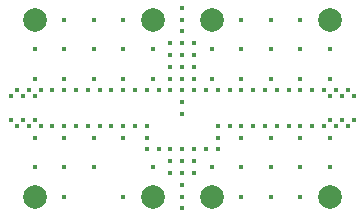
<source format=gbr>
%TF.GenerationSoftware,KiCad,Pcbnew,6.0.9+dfsg-1~bpo11+1*%
%TF.CreationDate,2022-11-06T14:52:20+01:00*%
%TF.ProjectId,filter,66696c74-6572-42e6-9b69-6361645f7063,2*%
%TF.SameCoordinates,Original*%
%TF.FileFunction,Plated,1,2,PTH,Drill*%
%TF.FilePolarity,Positive*%
%FSLAX46Y46*%
G04 Gerber Fmt 4.6, Leading zero omitted, Abs format (unit mm)*
G04 Created by KiCad (PCBNEW 6.0.9+dfsg-1~bpo11+1) date 2022-11-06 14:52:20*
%MOMM*%
%LPD*%
G01*
G04 APERTURE LIST*
%TA.AperFunction,ViaDrill*%
%ADD10C,0.400000*%
%TD*%
%TA.AperFunction,ComponentDrill*%
%ADD11C,0.400000*%
%TD*%
%TA.AperFunction,ComponentDrill*%
%ADD12C,2.000000*%
%TD*%
G04 APERTURE END LIST*
D10*
X110000000Y-57500000D03*
X110000000Y-60000000D03*
X110000000Y-65000000D03*
X110000000Y-67500000D03*
X110500000Y-61000000D03*
X110500000Y-64000000D03*
X111500000Y-61000000D03*
X111500000Y-64000000D03*
X112500000Y-55000000D03*
X112500000Y-57500000D03*
X112500000Y-60000000D03*
X112500000Y-61000000D03*
X112500000Y-64000000D03*
X112500000Y-65000000D03*
X112500000Y-67500000D03*
X112500000Y-70000000D03*
X113500000Y-61000000D03*
X113500000Y-64000000D03*
X114500000Y-61000000D03*
X114500000Y-64000000D03*
X115000000Y-55000000D03*
X115000000Y-57500000D03*
X115000000Y-60000000D03*
X115000000Y-65000000D03*
X115000000Y-67500000D03*
X115500000Y-61000000D03*
X115500000Y-64000000D03*
X116500000Y-61000000D03*
X116500000Y-64000000D03*
X117500000Y-55000000D03*
X117500000Y-57500000D03*
X117500000Y-60000000D03*
X117500000Y-61000000D03*
X117500000Y-64000000D03*
X117500000Y-65000000D03*
X117500000Y-70000000D03*
X118500000Y-61000000D03*
X118500000Y-64000000D03*
X119500000Y-61000000D03*
X119500000Y-64000000D03*
X119500000Y-65000000D03*
X119500000Y-66000000D03*
X120000000Y-57500000D03*
X120000000Y-60000000D03*
X120000000Y-67500000D03*
X120500000Y-61000000D03*
X120500000Y-66000000D03*
X121500000Y-57000000D03*
X121500000Y-58000000D03*
X121500000Y-59000000D03*
X121500000Y-60000000D03*
X121500000Y-61000000D03*
X121500000Y-66000000D03*
X121500000Y-67000000D03*
X121500000Y-68000000D03*
X122500000Y-54000000D03*
X122500000Y-55000000D03*
X122500000Y-56000000D03*
X122500000Y-57000000D03*
X122500000Y-58000000D03*
X122500000Y-59000000D03*
X122500000Y-60000000D03*
X122500000Y-61000000D03*
X122500000Y-62000000D03*
X122500000Y-63000000D03*
X122500000Y-66000000D03*
X122500000Y-67000000D03*
X122500000Y-68000000D03*
X122500000Y-69000000D03*
X122500000Y-70000000D03*
X122500000Y-71000000D03*
X123500000Y-57000000D03*
X123500000Y-58000000D03*
X123500000Y-59000000D03*
X123500000Y-60000000D03*
X123500000Y-61000000D03*
X123500000Y-66000000D03*
X123500000Y-67000000D03*
X123500000Y-68000000D03*
X124500000Y-61000000D03*
X124500000Y-66000000D03*
X125000000Y-57500000D03*
X125000000Y-60000000D03*
X125000000Y-67500000D03*
X125500000Y-61000000D03*
X125500000Y-64000000D03*
X125500000Y-65000000D03*
X125500000Y-66000000D03*
X126500000Y-61000000D03*
X126500000Y-64000000D03*
X127500000Y-55000000D03*
X127500000Y-57500000D03*
X127500000Y-60000000D03*
X127500000Y-61000000D03*
X127500000Y-64000000D03*
X127500000Y-65000000D03*
X127500000Y-67500000D03*
X127500000Y-70000000D03*
X128500000Y-61000000D03*
X128500000Y-64000000D03*
X129500000Y-61000000D03*
X129500000Y-64000000D03*
X130000000Y-55000000D03*
X130000000Y-57500000D03*
X130000000Y-60000000D03*
X130000000Y-65000000D03*
X130000000Y-67500000D03*
X130000000Y-70000000D03*
X130500000Y-61000000D03*
X130500000Y-64000000D03*
X131500000Y-61000000D03*
X131500000Y-64000000D03*
X132500000Y-55000000D03*
X132500000Y-57500000D03*
X132500000Y-60000000D03*
X132500000Y-61000000D03*
X132500000Y-64000000D03*
X132500000Y-65000000D03*
X132500000Y-67500000D03*
X132500000Y-70000000D03*
X133500000Y-61000000D03*
X133500000Y-64000000D03*
X134500000Y-61000000D03*
X134500000Y-64000000D03*
X135000000Y-57500000D03*
X135000000Y-60000000D03*
X135000000Y-65000000D03*
X135000000Y-67500000D03*
D11*
%TO.C,J2*%
X108000000Y-61500000D03*
X108000000Y-63500000D03*
X108500000Y-61000000D03*
X108500000Y-64000000D03*
X109000000Y-61500000D03*
X109000000Y-63500000D03*
X109500000Y-61000000D03*
X109500000Y-64000000D03*
X110000000Y-61500000D03*
X110000000Y-63500000D03*
%TO.C,J1*%
X135000000Y-61500000D03*
X135000000Y-63500000D03*
X135500000Y-61000000D03*
X135500000Y-64000000D03*
X136000000Y-61500000D03*
X136000000Y-63500000D03*
X136500000Y-61000000D03*
X136500000Y-64000000D03*
X137000000Y-61500000D03*
X137000000Y-63500000D03*
D12*
%TO.C,H5*%
X110000000Y-55000000D03*
%TO.C,H1*%
X110000000Y-70000000D03*
%TO.C,H3*%
X120000000Y-55000000D03*
%TO.C,H6*%
X120000000Y-70000000D03*
%TO.C,H7*%
X125000000Y-55000000D03*
%TO.C,H8*%
X125000000Y-70000000D03*
%TO.C,H4*%
X135000000Y-55000000D03*
%TO.C,H2*%
X135000000Y-70000000D03*
M02*

</source>
